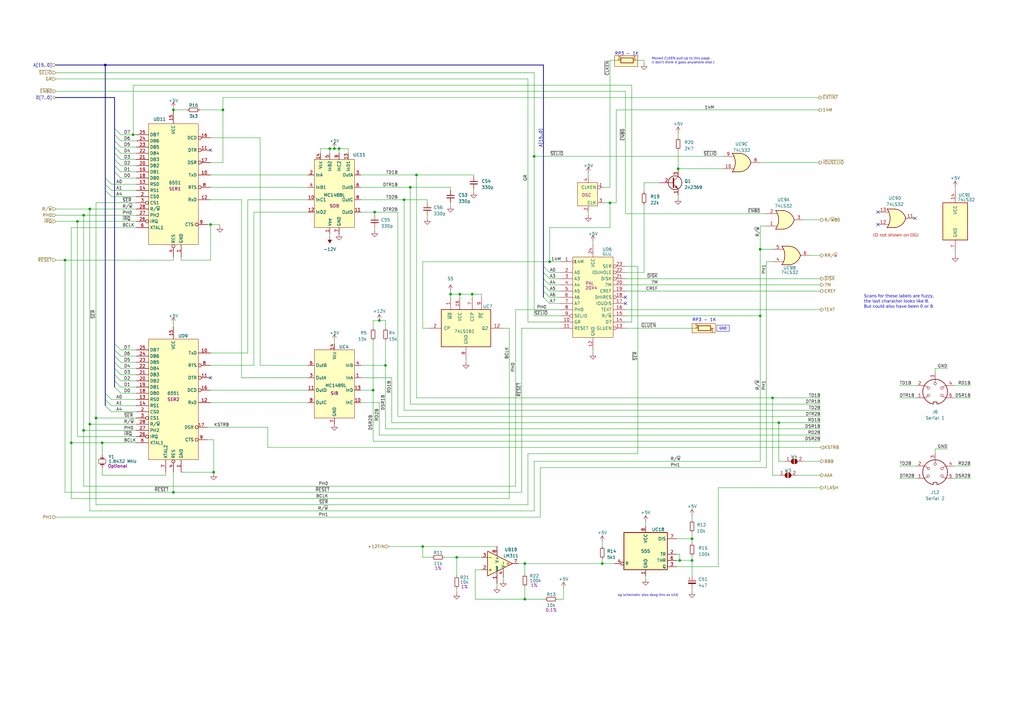
<source format=kicad_sch>
(kicad_sch (version 20231120) (generator "eeschema") (generator_version "8.0")
  (paper "A3")
  (title_block (title "Serial and GLU") (date "2023-05-05") (rev "2") (company "bald.ee/bitpreserve") (comment 1 "Apple IIc ROM255"))
  (junction (at 215.265 231.14))
  (junction (at 39.37 171.45))
  (junction (at 71.12 45.085))
  (junction (at 247.015 231.14))
  (junction (at 71.12 201.93))
  (junction (at 173.355 224.155))
  (junction (at 41.91 181.61))
  (junction (at 36.83 173.99))
  (junction (at 137.16 60.96))
  (junction (at 311.785 129.54))
  (junction (at 283.845 220.98))
  (junction (at 153.67 86.995))
  (junction (at 215.265 245.745))
  (junction (at 155.575 131.445))
  (junction (at 91.44 45.085))
  (junction (at 34.29 88.265))
  (junction (at 139.065 60.96))
  (junction (at 36.83 85.725))
  (junction (at 153.035 160.02))
  (junction (at 184.785 120.65))
  (junction (at 187.325 228.6))
  (junction (at 135.255 60.96))
  (junction (at 170.815 71.755))
  (junction (at 225.425 107.315))
  (junction (at 165.735 81.915))
  (junction (at 86.36 92.075))
  (junction (at 319.405 173.355))
  (junction (at 316.865 163.195))
  (junction (at 31.75 90.805))
  (junction (at 219.075 64.135))
  (junction (at 188.595 120.65))
  (junction (at 193.675 120.65))
  (junction (at 87.63 193.675))
  (junction (at 34.29 176.53))
  (junction (at 278.765 229.87))
  (junction (at 158.115 149.86))
  (junction (at 168.275 76.835))
  (junction (at 26.67 106.68))
  (junction (at 250.19 83.185))
  (junction (at 283.845 229.87))
  (junction (at 311.785 102.235))
  (junction (at 54.61 55.245))
  (junction (at 278.13 69.215))
  (junction (at 29.21 181.61))
  (junction (at 43.18 26.67))
  (no_connect (at 360.045 92.075))
  (no_connect (at 86.36 61.595))
  (no_connect (at 256.54 124.46))
  (no_connect (at 360.045 86.995))
  (no_connect (at 256.54 121.92))
  (no_connect (at 375.285 89.535))
  (no_connect (at 86.36 154.94))
  (bus_entry (at 46.99 57.785) (size 2.54 2.54))
  (bus_entry (at 222.885 116.84) (size 2.54 2.54))
  (bus_entry (at 222.885 111.76) (size 2.54 2.54))
  (bus_entry (at 46.99 67.945) (size 2.54 2.54))
  (bus_entry (at 43.18 75.565) (size 2.54 2.54))
  (bus_entry (at 46.99 70.485) (size 2.54 2.54))
  (bus_entry (at 43.18 166.37) (size 2.54 2.54))
  (bus_entry (at 46.99 146.05) (size 2.54 2.54))
  (bus_entry (at 46.99 151.13) (size 2.54 2.54))
  (bus_entry (at 46.99 60.325) (size 2.54 2.54))
  (bus_entry (at 222.885 114.3) (size 2.54 2.54))
  (bus_entry (at 46.99 140.97) (size 2.54 2.54))
  (bus_entry (at 43.18 161.29) (size 2.54 2.54))
  (bus_entry (at 46.99 52.705) (size 2.54 2.54))
  (bus_entry (at 46.99 153.67) (size 2.54 2.54))
  (bus_entry (at 222.885 119.38) (size 2.54 2.54))
  (bus_entry (at 43.18 163.83) (size 2.54 2.54))
  (bus_entry (at 46.99 55.245) (size 2.54 2.54))
  (bus_entry (at 46.99 158.75) (size 2.54 2.54))
  (bus_entry (at 222.885 121.92) (size 2.54 2.54))
  (bus_entry (at 46.99 65.405) (size 2.54 2.54))
  (bus_entry (at 43.18 78.105) (size 2.54 2.54))
  (bus_entry (at 46.99 143.51) (size 2.54 2.54))
  (bus_entry (at 46.99 148.59) (size 2.54 2.54))
  (bus_entry (at 46.99 62.865) (size 2.54 2.54))
  (bus_entry (at 43.18 73.025) (size 2.54 2.54))
  (bus_entry (at 46.99 156.21) (size 2.54 2.54))
  (bus_entry (at 222.885 109.22) (size 2.54 2.54))
  (wire (pts (xy 336.55 170.815) (xy 163.195 170.815)))
  (wire (pts (xy 243.205 143.51) (xy 243.205 144.78)))
  (wire (pts (xy 182.245 228.6) (xy 187.325 228.6)))
  (wire (pts (xy 252.73 45.085) (xy 252.73 83.185)))
  (wire (pts (xy 106.68 56.515) (xy 106.68 149.86)))
  (wire (pts (xy 49.53 73.025) (xy 55.88 73.025)))
  (wire (pts (xy 147.955 160.02) (xy 153.035 160.02)))
  (wire (pts (xy 160.655 154.94) (xy 160.655 173.355)))
  (wire (pts (xy 36.83 209.55) (xy 219.075 209.55)))
  (wire (pts (xy 231.14 245.745) (xy 228.6 245.745)))
  (wire (pts (xy 215.265 240.665) (xy 215.265 245.745)))
  (wire (pts (xy 250.19 76.835) (xy 247.65 76.835)))
  (wire (pts (xy 147.955 71.755) (xy 170.815 71.755)))
  (wire (pts (xy 85.09 92.075) (xy 86.36 92.075)))
  (wire (pts (xy 225.425 93.345) (xy 225.425 107.315)))
  (wire (pts (xy 36.83 85.725) (xy 36.83 173.99)))
  (wire (pts (xy 247.015 231.14) (xy 252.095 231.14)))
  (wire (pts (xy 221.615 191.77) (xy 221.615 212.09)))
  (wire (pts (xy 34.29 88.265) (xy 55.88 88.265)))
  (wire (pts (xy 158.115 175.895) (xy 336.55 175.895)))
  (wire (pts (xy 168.275 76.835) (xy 184.785 76.835)))
  (wire (pts (xy 175.26 81.915) (xy 175.26 83.185)))
  (wire (pts (xy 26.67 106.68) (xy 26.67 201.93)))
  (wire (pts (xy 168.275 76.835) (xy 168.275 165.735)))
  (wire (pts (xy 74.295 193.675) (xy 87.63 193.675)))
  (wire (pts (xy 311.785 102.235) (xy 311.785 129.54)))
  (wire (pts (xy 49.53 70.485) (xy 55.88 70.485)))
  (bus (pts (xy 43.18 26.67) (xy 22.86 26.67)))
  (bus (pts (xy 22.86 40.005) (xy 46.99 40.005)))
  (wire (pts (xy 41.91 181.61) (xy 41.91 186.69)))
  (wire (pts (xy 256.54 119.38) (xy 336.55 119.38)))
  (wire (pts (xy 91.44 45.085) (xy 91.44 40.005)))
  (wire (pts (xy 22.86 85.725) (xy 36.83 85.725)))
  (wire (pts (xy 375.92 163.195) (xy 368.935 163.195)))
  (wire (pts (xy 261.62 186.055) (xy 261.62 109.22)))
  (wire (pts (xy 41.91 194.945) (xy 41.91 191.77)))
  (wire (pts (xy 85.09 175.26) (xy 109.855 175.26)))
  (wire (pts (xy 54.61 55.245) (xy 55.88 55.245)))
  (bus (pts (xy 43.18 78.105) (xy 43.18 161.29)))
  (wire (pts (xy 71.12 45.085) (xy 76.835 45.085)))
  (wire (pts (xy 278.765 227.33) (xy 277.495 227.33)))
  (wire (pts (xy 71.12 105.41) (xy 71.12 106.68)))
  (wire (pts (xy 49.53 67.945) (xy 55.88 67.945)))
  (wire (pts (xy 49.53 62.865) (xy 55.88 62.865)))
  (wire (pts (xy 91.44 66.675) (xy 91.44 45.085)))
  (wire (pts (xy 259.08 34.925) (xy 259.08 132.08)))
  (wire (pts (xy 219.075 189.23) (xy 219.075 209.55)))
  (wire (pts (xy 34.29 199.39) (xy 211.455 199.39)))
  (wire (pts (xy 225.425 111.76) (xy 229.87 111.76)))
  (wire (pts (xy 260.985 24.765) (xy 264.16 24.765)))
  (wire (pts (xy 49.53 146.05) (xy 55.88 146.05)))
  (wire (pts (xy 278.765 229.87) (xy 278.765 227.33)))
  (wire (pts (xy 155.575 131.445) (xy 158.115 131.445)))
  (wire (pts (xy 314.325 87.63) (xy 256.54 87.63)))
  (wire (pts (xy 203.835 239.395) (xy 203.835 240.665)))
  (wire (pts (xy 155.575 165.1) (xy 155.575 178.435)))
  (wire (pts (xy 193.675 120.65) (xy 193.675 121.92)))
  (wire (pts (xy 45.72 163.83) (xy 55.88 163.83)))
  (wire (pts (xy 383.54 151.13) (xy 388.62 151.13)))
  (wire (pts (xy 215.265 231.14) (xy 215.265 235.585)))
  (wire (pts (xy 49.53 55.245) (xy 54.61 55.245)))
  (wire (pts (xy 316.865 163.195) (xy 316.865 194.945)))
  (wire (pts (xy 86.36 149.86) (xy 104.14 149.86)))
  (wire (pts (xy 45.72 75.565) (xy 55.88 75.565)))
  (wire (pts (xy 165.735 81.915) (xy 165.735 168.275)))
  (wire (pts (xy 264.795 236.22) (xy 264.795 237.49)))
  (wire (pts (xy 211.455 127) (xy 211.455 199.39)))
  (wire (pts (xy 131.445 62.865) (xy 131.445 60.96)))
  (wire (pts (xy 264.16 78.74) (xy 264.16 74.93)))
  (wire (pts (xy 216.535 186.055) (xy 261.62 186.055)))
  (wire (pts (xy 231.14 241.3) (xy 231.14 245.745)))
  (wire (pts (xy 147.955 154.94) (xy 160.655 154.94)))
  (wire (pts (xy 335.915 45.085) (xy 252.73 45.085)))
  (wire (pts (xy 383.54 184.15) (xy 388.62 184.15)))
  (bus (pts (xy 46.99 40.005) (xy 46.99 52.705)))
  (wire (pts (xy 225.425 124.46) (xy 229.87 124.46)))
  (wire (pts (xy 168.275 165.735) (xy 336.55 165.735)))
  (wire (pts (xy 99.06 154.94) (xy 126.365 154.94)))
  (wire (pts (xy 22.86 32.385) (xy 216.535 32.385)))
  (wire (pts (xy 34.29 88.265) (xy 34.29 176.53)))
  (wire (pts (xy 85.09 180.34) (xy 87.63 180.34)))
  (wire (pts (xy 173.355 228.6) (xy 177.165 228.6)))
  (wire (pts (xy 250.19 83.185) (xy 250.19 93.345)))
  (bus (pts (xy 46.99 65.405) (xy 46.99 67.945)))
  (wire (pts (xy 67.945 193.675) (xy 67.945 194.945)))
  (wire (pts (xy 49.53 148.59) (xy 55.88 148.59)))
  (wire (pts (xy 87.63 193.675) (xy 87.63 180.34)))
  (wire (pts (xy 155.575 178.435) (xy 336.55 178.435)))
  (wire (pts (xy 311.785 66.675) (xy 335.915 66.675)))
  (wire (pts (xy 278.13 54.61) (xy 278.13 56.515)))
  (wire (pts (xy 283.845 229.87) (xy 283.845 236.22)))
  (wire (pts (xy 256.54 111.76) (xy 264.16 111.76)))
  (bus (pts (xy 46.99 146.05) (xy 46.99 148.59)))
  (wire (pts (xy 137.16 139.7) (xy 137.16 140.97)))
  (wire (pts (xy 153.035 180.975) (xy 336.55 180.975)))
  (wire (pts (xy 153.035 160.02) (xy 153.035 180.975)))
  (wire (pts (xy 34.29 176.53) (xy 34.29 199.39)))
  (wire (pts (xy 36.83 173.99) (xy 36.83 209.55)))
  (wire (pts (xy 87.63 193.675) (xy 87.63 194.31)))
  (wire (pts (xy 104.14 86.995) (xy 126.365 86.995)))
  (wire (pts (xy 327.025 194.945) (xy 336.55 194.945)))
  (wire (pts (xy 277.495 232.41) (xy 294.64 232.41)))
  (wire (pts (xy 86.36 66.675) (xy 91.44 66.675)))
  (wire (pts (xy 283.845 220.98) (xy 283.845 222.885)))
  (wire (pts (xy 29.21 93.345) (xy 29.21 181.61)))
  (wire (pts (xy 206.375 134.62) (xy 208.915 134.62)))
  (wire (pts (xy 135.255 95.885) (xy 135.255 97.155)))
  (wire (pts (xy 67.945 194.945) (xy 41.91 194.945)))
  (bus (pts (xy 46.99 62.865) (xy 46.99 65.405)))
  (bus (pts (xy 43.18 161.29) (xy 43.18 163.83)))
  (wire (pts (xy 153.67 93.345) (xy 153.67 94.615)))
  (wire (pts (xy 158.115 149.86) (xy 158.115 175.895)))
  (wire (pts (xy 131.445 60.96) (xy 135.255 60.96)))
  (wire (pts (xy 153.035 160.02) (xy 153.035 139.7)))
  (wire (pts (xy 391.795 76.835) (xy 391.795 78.105)))
  (wire (pts (xy 321.945 189.23) (xy 319.405 189.23)))
  (wire (pts (xy 142.875 60.96) (xy 142.875 62.865)))
  (wire (pts (xy 229.87 134.62) (xy 213.995 134.62)))
  (wire (pts (xy 256.54 114.3) (xy 336.55 114.3)))
  (wire (pts (xy 252.73 83.185) (xy 250.19 83.185)))
  (wire (pts (xy 86.36 92.075) (xy 90.17 92.075)))
  (wire (pts (xy 74.295 106.68) (xy 86.36 106.68)))
  (wire (pts (xy 225.425 114.3) (xy 229.87 114.3)))
  (wire (pts (xy 187.325 228.6) (xy 197.485 228.6)))
  (wire (pts (xy 49.53 65.405) (xy 55.88 65.405)))
  (wire (pts (xy 188.595 120.65) (xy 184.785 120.65)))
  (wire (pts (xy 243.205 99.06) (xy 243.205 100.33)))
  (wire (pts (xy 147.955 149.86) (xy 158.115 149.86)))
  (wire (pts (xy 170.815 71.755) (xy 194.31 71.755)))
  (wire (pts (xy 153.67 86.995) (xy 163.195 86.995)))
  (wire (pts (xy 153.035 131.445) (xy 155.575 131.445)))
  (wire (pts (xy 22.86 106.68) (xy 26.67 106.68)))
  (wire (pts (xy 184.785 76.835) (xy 184.785 78.105)))
  (wire (pts (xy 31.75 179.07) (xy 55.88 179.07)))
  (wire (pts (xy 106.68 149.86) (xy 126.365 149.86)))
  (wire (pts (xy 311.785 92.71) (xy 311.785 102.235)))
  (bus (pts (xy 46.99 148.59) (xy 46.99 151.13)))
  (wire (pts (xy 329.565 90.17) (xy 336.55 90.17)))
  (wire (pts (xy 187.325 241.3) (xy 187.325 243.205)))
  (wire (pts (xy 147.955 165.1) (xy 155.575 165.1)))
  (wire (pts (xy 197.485 121.92) (xy 197.485 120.65)))
  (wire (pts (xy 26.67 106.68) (xy 71.12 106.68)))
  (wire (pts (xy 256.54 127) (xy 336.55 127)))
  (wire (pts (xy 184.785 119.38) (xy 184.785 120.65)))
  (wire (pts (xy 36.83 85.725) (xy 55.88 85.725)))
  (wire (pts (xy 86.36 165.1) (xy 126.365 165.1)))
  (wire (pts (xy 49.53 156.21) (xy 55.88 156.21)))
  (wire (pts (xy 49.53 143.51) (xy 55.88 143.51)))
  (wire (pts (xy 49.53 153.67) (xy 55.88 153.67)))
  (wire (pts (xy 71.12 44.45) (xy 71.12 45.085)))
  (wire (pts (xy 250.19 93.345) (xy 225.425 93.345)))
  (wire (pts (xy 175.895 134.62) (xy 173.355 134.62)))
  (wire (pts (xy 278.13 61.595) (xy 278.13 69.215)))
  (wire (pts (xy 264.16 74.93) (xy 270.51 74.93)))
  (wire (pts (xy 319.405 173.355) (xy 319.405 189.23)))
  (wire (pts (xy 283.845 241.3) (xy 283.845 242.57)))
  (bus (pts (xy 222.885 111.76) (xy 222.885 109.22)))
  (wire (pts (xy 375.92 158.115) (xy 368.935 158.115)))
  (wire (pts (xy 86.36 76.835) (xy 126.365 76.835)))
  (bus (pts (xy 222.885 114.3) (xy 222.885 111.76)))
  (wire (pts (xy 213.995 134.62) (xy 213.995 201.93)))
  (wire (pts (xy 86.36 106.68) (xy 86.36 92.075)))
  (wire (pts (xy 316.865 102.235) (xy 311.785 102.235)))
  (wire (pts (xy 173.355 224.155) (xy 203.835 224.155)))
  (wire (pts (xy 225.425 107.315) (xy 229.87 107.315)))
  (wire (pts (xy 173.355 107.315) (xy 173.355 134.62)))
  (wire (pts (xy 256.54 87.63) (xy 256.54 37.465)))
  (wire (pts (xy 283.845 218.44) (xy 283.845 220.98)))
  (wire (pts (xy 391.16 163.195) (xy 398.145 163.195)))
  (wire (pts (xy 29.21 181.61) (xy 29.21 204.47)))
  (bus (pts (xy 222.885 116.84) (xy 222.885 114.3)))
  (wire (pts (xy 194.945 245.745) (xy 215.265 245.745)))
  (wire (pts (xy 193.675 120.65) (xy 188.595 120.65)))
  (wire (pts (xy 147.955 76.835) (xy 168.275 76.835)))
  (wire (pts (xy 71.12 201.93) (xy 213.995 201.93)))
  (wire (pts (xy 188.595 120.65) (xy 188.595 121.92)))
  (bus (pts (xy 46.99 70.485) (xy 46.99 140.97)))
  (wire (pts (xy 215.265 231.14) (xy 247.015 231.14)))
  (wire (pts (xy 225.425 121.92) (xy 229.87 121.92)))
  (wire (pts (xy 256.54 116.84) (xy 336.55 116.84)))
  (wire (pts (xy 71.12 132.715) (xy 71.12 133.985)))
  (bus (pts (xy 46.99 52.705) (xy 46.99 55.245)))
  (wire (pts (xy 264.16 83.82) (xy 264.16 111.76)))
  (wire (pts (xy 247.65 83.185) (xy 250.19 83.185)))
  (wire (pts (xy 264.795 213.995) (xy 264.795 215.9)))
  (wire (pts (xy 216.535 32.385) (xy 216.535 132.08)))
  (wire (pts (xy 391.795 103.505) (xy 391.795 104.775)))
  (wire (pts (xy 29.21 204.47) (xy 208.915 204.47)))
  (wire (pts (xy 86.36 160.02) (xy 126.365 160.02)))
  (wire (pts (xy 184.785 120.65) (xy 184.785 121.92)))
  (wire (pts (xy 137.16 60.96) (xy 139.065 60.96)))
  (wire (pts (xy 170.815 163.195) (xy 316.865 163.195)))
  (wire (pts (xy 86.36 81.915) (xy 99.06 81.915)))
  (wire (pts (xy 173.355 224.155) (xy 173.355 228.6)))
  (wire (pts (xy 36.83 173.99) (xy 55.88 173.99)))
  (bus (pts (xy 46.99 55.245) (xy 46.99 57.785)))
  (wire (pts (xy 383.54 153.035) (xy 383.54 151.13)))
  (wire (pts (xy 314.325 107.315) (xy 316.865 107.315)))
  (wire (pts (xy 277.495 229.87) (xy 278.765 229.87)))
  (wire (pts (xy 22.86 88.265) (xy 34.29 88.265)))
  (wire (pts (xy 208.915 134.62) (xy 208.915 204.47)))
  (wire (pts (xy 86.36 71.755) (xy 126.365 71.755)))
  (wire (pts (xy 241.3 86.995) (xy 241.3 88.265)))
  (bus (pts (xy 43.18 26.67) (xy 43.18 73.025)))
  (wire (pts (xy 99.06 81.915) (xy 99.06 154.94)))
  (bus (pts (xy 46.99 151.13) (xy 46.99 153.67)))
  (wire (pts (xy 219.075 64.135) (xy 296.545 64.135)))
  (wire (pts (xy 135.255 60.96) (xy 135.255 62.865)))
  (bus (pts (xy 46.99 143.51) (xy 46.99 146.05)))
  (wire (pts (xy 294.64 200.025) (xy 336.55 200.025)))
  (wire (pts (xy 311.785 129.54) (xy 311.785 189.23)))
  (wire (pts (xy 34.29 176.53) (xy 55.88 176.53)))
  (wire (pts (xy 74.295 105.41) (xy 74.295 106.68)))
  (wire (pts (xy 49.53 57.785) (xy 55.88 57.785)))
  (wire (pts (xy 153.67 88.265) (xy 153.67 86.995)))
  (wire (pts (xy 90.17 92.075) (xy 90.17 92.71)))
  (wire (pts (xy 109.855 175.26) (xy 109.855 183.515)))
  (wire (pts (xy 194.945 233.68) (xy 194.945 245.745)))
  (wire (pts (xy 221.615 191.77) (xy 314.325 191.77)))
  (bus (pts (xy 46.99 153.67) (xy 46.99 156.21)))
  (bus (pts (xy 46.99 60.325) (xy 46.99 62.865)))
  (wire (pts (xy 55.88 181.61) (xy 41.91 181.61)))
  (wire (pts (xy 194.31 77.47) (xy 194.31 78.74)))
  (wire (pts (xy 294.64 232.41) (xy 294.64 200.025)))
  (wire (pts (xy 45.72 166.37) (xy 55.88 166.37)))
  (wire (pts (xy 153.035 131.445) (xy 153.035 134.62)))
  (wire (pts (xy 170.815 71.755) (xy 170.815 163.195)))
  (wire (pts (xy 39.37 207.01) (xy 216.535 207.01)))
  (wire (pts (xy 383.54 186.055) (xy 383.54 184.15)))
  (wire (pts (xy 277.495 220.98) (xy 283.845 220.98)))
  (bus (pts (xy 43.18 75.565) (xy 43.18 73.025)))
  (wire (pts (xy 31.75 90.805) (xy 31.75 179.07)))
  (wire (pts (xy 54.61 34.925) (xy 259.08 34.925)))
  (wire (pts (xy 45.72 78.105) (xy 55.88 78.105)))
  (wire (pts (xy 135.255 60.96) (xy 137.16 60.96)))
  (wire (pts (xy 86.36 56.515) (xy 106.68 56.515)))
  (wire (pts (xy 229.87 129.54) (xy 219.075 129.54)))
  (wire (pts (xy 49.53 151.13) (xy 55.88 151.13)))
  (wire (pts (xy 158.115 149.86) (xy 158.115 139.7)))
  (bus (pts (xy 43.18 78.105) (xy 43.18 75.565)))
  (wire (pts (xy 261.62 109.22) (xy 256.54 109.22)))
  (wire (pts (xy 22.86 90.805) (xy 31.75 90.805)))
  (wire (pts (xy 165.735 81.915) (xy 175.26 81.915)))
  (wire (pts (xy 311.785 92.71) (xy 314.325 92.71)))
  (wire (pts (xy 45.72 80.645) (xy 55.88 80.645)))
  (wire (pts (xy 187.325 228.6) (xy 187.325 236.22)))
  (wire (pts (xy 81.915 45.085) (xy 91.44 45.085)))
  (wire (pts (xy 329.565 189.23) (xy 336.55 189.23)))
  (wire (pts (xy 49.53 60.325) (xy 55.88 60.325)))
  (wire (pts (xy 26.67 201.93) (xy 71.12 201.93)))
  (wire (pts (xy 319.405 173.355) (xy 160.655 173.355)))
  (wire (pts (xy 283.845 211.455) (xy 283.845 213.36)))
  (wire (pts (xy 256.54 129.54) (xy 311.785 129.54)))
  (wire (pts (xy 22.86 212.09) (xy 221.615 212.09)))
  (wire (pts (xy 283.845 227.965) (xy 283.845 229.87)))
  (wire (pts (xy 197.485 120.65) (xy 193.675 120.65)))
  (wire (pts (xy 250.19 24.765) (xy 253.365 24.765)))
  (wire (pts (xy 194.31 71.755) (xy 194.31 72.39)))
  (wire (pts (xy 158.115 131.445) (xy 158.115 134.62)))
  (wire (pts (xy 375.92 196.215) (xy 368.935 196.215)))
  (wire (pts (xy 165.735 168.275) (xy 336.55 168.275)))
  (wire (pts (xy 391.16 191.135) (xy 398.145 191.135)))
  (wire (pts (xy 109.855 183.515) (xy 336.55 183.515)))
  (wire (pts (xy 250.19 24.765) (xy 250.19 76.835)))
  (wire (pts (xy 241.3 71.12) (xy 241.3 72.39)))
  (wire (pts (xy 49.53 161.29) (xy 55.88 161.29)))
  (bus (pts (xy 46.99 140.97) (xy 46.99 143.51)))
  (wire (pts (xy 391.16 196.215) (xy 398.145 196.215)))
  (wire (pts (xy 54.61 55.245) (xy 54.61 34.925)))
  (wire (pts (xy 219.075 64.135) (xy 219.075 129.54)))
  (bus (pts (xy 222.885 119.38) (xy 222.885 116.84)))
  (bus (pts (xy 222.885 121.92) (xy 222.885 119.38)))
  (wire (pts (xy 278.765 229.87) (xy 283.845 229.87)))
  (wire (pts (xy 147.955 81.915) (xy 165.735 81.915)))
  (wire (pts (xy 278.13 80.01) (xy 278.13 81.28)))
  (wire (pts (xy 336.55 173.355) (xy 319.405 173.355)))
  (wire (pts (xy 153.67 86.995) (xy 147.955 86.995)))
  (wire (pts (xy 247.015 222.25) (xy 247.015 224.155)))
  (wire (pts (xy 197.485 233.68) (xy 194.945 233.68)))
  (wire (pts (xy 139.065 60.96) (xy 142.875 60.96)))
  (wire (pts (xy 219.075 189.23) (xy 311.785 189.23)))
  (bus (pts (xy 222.885 26.67) (xy 222.885 109.22)))
  (wire (pts (xy 91.44 40.005) (xy 335.915 40.005)))
  (wire (pts (xy 45.72 168.91) (xy 55.88 168.91)))
  (wire (pts (xy 219.075 29.845) (xy 219.075 64.135)))
  (wire (pts (xy 49.53 158.75) (xy 55.88 158.75)))
  (wire (pts (xy 71.12 201.93) (xy 71.12 193.675)))
  (wire (pts (xy 256.54 132.08) (xy 259.08 132.08)))
  (wire (pts (xy 101.6 144.78) (xy 101.6 81.915)))
  (wire (pts (xy 247.015 229.235) (xy 247.015 231.14)))
  (wire (pts (xy 225.425 116.84) (xy 229.87 116.84)))
  (wire (pts (xy 225.425 107.315) (xy 173.355 107.315)))
  (wire (pts (xy 191.135 147.32) (xy 191.135 148.59)))
  (wire (pts (xy 163.195 86.995) (xy 163.195 170.815)))
  (wire (pts (xy 71.12 45.085) (xy 71.12 45.72)))
  (wire (pts (xy 159.385 224.155) (xy 173.355 224.155)))
  (wire (pts (xy 256.54 134.62) (xy 285.115 134.62)))
  (wire (pts (xy 184.785 83.185) (xy 184.785 84.455)))
  (wire (pts (xy 216.535 207.01) (xy 216.535 186.055)))
  (wire (pts (xy 86.36 144.78) (xy 101.6 144.78)))
  (wire (pts (xy 278.13 69.215) (xy 296.545 69.215)))
  (wire (pts (xy 212.725 231.14) (xy 215.265 231.14)))
  (wire (pts (xy 55.88 171.45) (xy 39.37 171.45)))
  (wire (pts (xy 264.16 24.765) (xy 264.16 26.035)))
  (wire (pts (xy 314.325 107.315) (xy 314.325 191.77)))
  (wire (pts (xy 31.75 90.805) (xy 55.88 90.805)))
  (wire (pts (xy 101.6 81.915) (xy 126.365 81.915)))
  (wire (pts (xy 332.105 104.775) (xy 336.55 104.775)))
  (wire (pts (xy 316.865 163.195) (xy 336.55 163.195)))
  (wire (pts (xy 375.92 191.135) (xy 368.935 191.135)))
  (wire (pts (xy 39.37 83.185) (xy 39.37 171.45)))
  (wire (pts (xy 391.16 158.115) (xy 398.145 158.115)))
  (wire (pts (xy 55.88 83.185) (xy 39.37 83.185)))
  (wire (pts (xy 215.265 245.745) (xy 223.52 245.745)))
  (wire (pts (xy 319.405 194.945) (xy 316.865 194.945)))
  (wire (pts (xy 175.26 88.265) (xy 175.26 89.535)))
  (bus (pts (xy 46.99 156.21) (xy 46.99 158.75)))
  (wire (pts (xy 41.91 181.61) (xy 29.21 181.61)))
  (wire (pts (xy 22.86 37.465) (xy 256.54 37.465)))
  (wire (pts (xy 225.425 119.38) (xy 229.87 119.38)))
  (wire (pts (xy 211.455 127) (xy 229.87 127)))
  (wire (pts (xy 22.86 29.845) (xy 219.075 29.845)))
  (wire (pts (xy 278.13 69.215) (xy 278.13 69.85)))
  (wire (pts (xy 206.375 236.855) (xy 206.375 238.125)))
  (wire (pts (xy 29.21 93.345) (xy 55.88 93.345)))
  (wire (pts (xy 139.065 60.96) (xy 139.065 62.865)))
  (wire (pts (xy 229.87 132.08) (xy 216.535 132.08)))
  (bus (pts (xy 46.99 57.785) (xy 46.99 60.325)))
  (bus (pts (xy 43.18 26.67) (xy 222.885 26.67)))
  (bus (pts (xy 43.18 163.83) (xy 43.18 166.37)))
  (wire (pts (xy 39.37 171.45) (xy 39.37 207.01)))
  (bus (pts (xy 46.99 67.945) (xy 46.99 70.485)))
  (wire (pts (xy 104.14 149.86) (xy 104.14 86.995)))
  (rectangle (start 252.095 22.86) (end 261.62 27.305) (stroke (width 0) (color 132 0 0 1)) (fill (type color) (color 255 255 194 1)))
  (rectangle (start 283.845 132.715) (end 293.37 136.525) (stroke (width 0) (color 132 0 0 1)) (fill (type color) (color 255 255 194 1)))
  (text_box "GND" (at 294.005 133.35 0) (size 5.08 2.54) (effects (font (size 1 1))))
  (text "(D not shown on OG)" (at 358.14 97.79 0) (effects (font (size 1.27 1.27)) (justify left bottom)))
  (text "og schematic also desg this as U16" (at 253.365 245.11 0) (effects (font (size 1 1)) (justify left bottom)))
  (text "RP3 - 1K" (at 283.845 132.08 0) (effects (font (size 1.27 1.27)) (justify left bottom)))
  (text "Moved CLKEN pull-up to this page.\n(I don't think it goes anywhere else.)" (at 267.335 26.67 0) (effects (font (size 1 1)) (justify left bottom)))
  (text "Scans for these labels are fuzzy,\nthe last character looks like B.\nBut could also have been 0 or 8." (at 354.33 127 0) (effects (font (size 1.27 1.27)) (justify left bottom)))
  (text "RP3 - 1K" (at 252.095 22.86 0) (effects (font (size 1.27 1.27)) (justify left bottom)))
  (label "GND" (at 388.62 184.15 180))
  (label "D0" (at 50.8 73.025 0))
  (label "PH0" (at 50.8 176.53 0))
  (label "PH1" (at 134.62 212.09 180))
  (label "~{SER}" (at 39.37 127 270))
  (label "D0" (at 50.8 161.29 0))
  (label "CREF" (at 269.875 119.38 180))
  (label "R{slash}~{W}" (at 50.165 85.725 0))
  (label "~{RESET}" (at 213.995 156.845 270))
  (label "RD2B" (at 155.575 172.72 90))
  (label "DSR1B" (at 158.115 168.275 90))
  (label "DTR1B" (at 163.195 76.835 180))
  (label "PH1" (at 314.325 160.02 90))
  (label "A1" (at 47.625 166.37 0))
  (label "14M" (at 226.06 107.315 0))
  (label "PH1" (at 314.325 112.395 90))
  (label "RD2B" (at 336.55 178.435 180))
  (label "DTR2B" (at 336.55 170.815 180))
  (label "PH1" (at 274.955 191.77 0))
  (label "D1" (at 50.8 70.485 0))
  (label "D7" (at 50.8 55.245 0))
  (label "D1" (at 50.8 158.75 0))
  (label "D6" (at 50.8 57.785 0))
  (label "~{SER}" (at 50.8 171.45 0))
  (label "~{SER}" (at 261.62 147.955 90))
  (label "GND" (at 388.62 151.13 180))
  (label "D3" (at 50.8 153.67 0))
  (label "DSR2B" (at 336.55 180.975 180))
  (label "A1" (at 47.625 78.105 0))
  (label "DSR1B" (at 336.55 175.895 180))
  (label "~{IRQ}" (at 50.8 179.07 0))
  (label "DTR1B" (at 368.935 163.195 0))
  (label "14M" (at 288.925 45.085 0))
  (label "D4" (at 50.8 62.865 0))
  (label "~{SELIO}" (at 219.1766 129.54 0))
  (label "D4" (at 50.8 151.13 0))
  (label "D5" (at 50.8 60.325 0))
  (label "KSTRB" (at 93.98 175.26 180))
  (label "R{slash}~{W}" (at 50.8 173.99 0))
  (label "R{slash}~{W}" (at 311.785 160.02 90))
  (label "R{slash}~{W}" (at 134.62 209.55 180))
  (label "D6" (at 50.8 146.05 0))
  (label "~{GLUEN}" (at 262.89 134.62 0))
  (label "PH0" (at 211.455 148.59 270))
  (label "~{SELIO}" (at 231.14 64.135 180))
  (label "DTR2B" (at 163.195 86.995 180))
  (label "GR" (at 216.535 74.295 90))
  (label "~{IRQ}" (at 50.165 90.805 0))
  (label "RD1B" (at 398.145 158.115 180))
  (label "R{slash}~{W}" (at 274.955 189.23 0))
  (label "TD2B" (at 336.55 168.275 180))
  (label "DSR2B" (at 398.145 196.215 180))
  (label "DTR2B" (at 368.935 196.215 0))
  (label "A0" (at 225.425 111.76 0))
  (label "~{EN80}" (at 256.54 57.785 90))
  (label "PH0" (at 50.165 88.265 0))
  (label "A3" (at 225.425 114.3 0))
  (label "~{SER}" (at 134.62 207.01 180))
  (label "DSR2B" (at 153.035 176.53 90))
  (label "TD2B" (at 368.935 191.135 0))
  (label "A4" (at 225.425 116.84 0))
  (label "DSR1B" (at 398.145 163.195 180))
  (label "A0" (at 47.625 163.83 0))
  (label "A5" (at 225.425 119.38 0))
  (label "A[15..0]" (at 222.885 60.325 90))
  (label "~{EN80}" (at 306.705 87.63 0))
  (label "A6" (at 225.425 121.92 0))
  (label "TD1B" (at 163.195 71.755 180))
  (label "~{RESET}" (at 69.215 201.93 180))
  (label "TD2B" (at 163.195 81.915 180))
  (label "7M" (at 269.875 116.84 180))
  (label "BCLK" (at 50.165 93.345 0))
  (label "RD1B" (at 160.655 161.29 90))
  (label "A4" (at 47.625 168.91 0))
  (label "PH0" (at 224.155 127 180))
  (label "D5" (at 50.8 148.59 0))
  (label "~{SELIO}" (at 294.005 64.135 180))
  (label "D3" (at 50.8 65.405 0))
  (label "~{SER}" (at 50.165 83.185 0))
  (label "PH0" (at 134.62 199.39 180))
  (label "D2" (at 50.8 67.945 0))
  (label "~{RESET}" (at 135.255 201.93 180))
  (label "BCLK" (at 208.915 142.24 270))
  (label "R{slash}~{W}" (at 311.785 97.155 90))
  (label "A7" (at 225.425 124.46 0))
  (label "DTR1B" (at 336.55 165.735 180))
  (label "RD1B" (at 336.55 173.355 180))
  (label "TD1B" (at 336.55 163.195 180))
  (label "BCLK" (at 50.8 181.61 0))
  (label "TD1B" (at 368.935 158.115 0))
  (label "BCLK" (at 134.62 204.47 180))
  (label "A4" (at 47.625 80.645 0))
  (label "~{CLKEN}" (at 250.19 24.765 270))
  (label "A0" (at 47.625 75.565 0))
  (label "RD2B" (at 398.145 191.135 180))
  (label "D7" (at 50.8 143.51 0))
  (label "~{DISK}" (at 269.875 114.3 180))
  (label "D2" (at 50.8 156.21 0))
  (hierarchical_label "RR{slash}~{W}" (shape output) (at 336.55 104.775 0))
  (hierarchical_label "~{EN80}" (shape input) (at 22.86 37.465 180))
  (hierarchical_label "TEXT" (shape output) (at 336.55 127 0))
  (hierarchical_label "R{slash}~{W}" (shape input) (at 22.86 85.725 180))
  (hierarchical_label "~{EXTINT}" (shape output) (at 335.915 40.005 0))
  (hierarchical_label "~{IRQ}" (shape input) (at 22.86 90.805 180))
  (hierarchical_label "+12FIN" (shape input) (at 159.385 224.155 180))
  (hierarchical_label "FLASH" (shape output) (at 336.55 200.025 0))
  (hierarchical_label "AAA" (shape output) (at 336.55 194.945 0))
  (hierarchical_label "~{DISK}" (shape output) (at 336.55 114.3 0))
  (hierarchical_label "~{SELIO}" (shape input) (at 22.86 29.845 180))
  (hierarchical_label "GR" (shape input) (at 22.86 32.385 180))
  (hierarchical_label "KSTRB" (shape input) (at 336.55 183.515 0))
  (hierarchical_label "BBB" (shape output) (at 336.55 189.23 0))
  (hierarchical_label "A[15..0]" (shape input) (at 22.86 26.67 180))
  (hierarchical_label "PH0" (shape input) (at 22.86 88.265 180))
  (hierarchical_label "~{RESET}" (shape input) (at 22.86 106.68 180))
  (hierarchical_label "7M" (shape output) (at 336.55 116.84 0))
  (hierarchical_label "14M" (shape output) (at 335.915 45.085 0))
  (hierarchical_label "PH1" (shape input) (at 22.86 212.09 180))
  (hierarchical_label "D[7..0]" (shape bidirectional) (at 22.86 40.005 180))
  (hierarchical_label "~{IOUSELIO}" (shape output) (at 335.915 66.675 0))
  (hierarchical_label "R{slash}~{W}80" (shape output) (at 336.55 90.17 0))
  (hierarchical_label "CREF" (shape output) (at 336.55 119.38 0))
  (symbol (lib_id "Device:R_Small") (at 179.705 228.6 270) (unit 1)
    (property "Reference" "R11" (at 179.705 226.695 90))
    (property "Value" "11k" (at 179.705 231.14 90))
    (property "Tol" "1%" (at 179.705 233.045 90))
  )
  (symbol (lib_id "Apple IIc Schematic Symbols:MC1488L") (at 137.16 79.375 0) (unit 1)
    (property "Reference" "UC11" (at 144.78 63.5 0) (effects (justify left)))
    (property "Value" "MC1488L" (at 132.715 80.01 0) (effects (justify left)))
    (property "Name" "SOB" (at 137.16 84.455 0))
  )
  (symbol (lib_id "power:GND") (at 264.16 26.035 0) (unit 1)
    (property "Reference" "#PWR0155" (effects (hide yes)))
    (property "Value" "GND" (effects (hide yes)))
  )
  (symbol (lib_id "power:+5V") (at 278.13 54.61 0) (unit 1)
    (property "Reference" "#PWR0135" (effects (hide yes)))
    (property "Value" "+5V" (at 278.13 50.8 0))
  )
  (symbol (lib_id "Device:R_Small") (at 153.035 137.16 0) (mirror y) (unit 1)
    (property "Reference" "R5" (at 150.495 136.525 0) (effects (justify left)))
    (property "Value" "15k" (at 150.495 139.065 0) (effects (justify left)))
  )
  (symbol (lib_id "Device:R_Small") (at 283.845 225.425 0) (unit 1)
    (property "Reference" "R15" (at 286.385 224.79 0) (effects (justify left)))
    (property "Value" "100k" (at 286.385 227.33 0) (effects (justify left)))
  )
  (symbol (lib_id "power:GND") (at 264.795 237.49 0) (unit 1)
    (property "Reference" "#PWR0132" (effects (hide yes)))
    (property "Value" "GND" (effects (hide yes)))
  )
  (symbol (lib_id "power:+5V") (at 137.16 139.7 0) (unit 1)
    (property "Reference" "#PWR0115" (effects (hide yes)))
    (property "Value" "+5V" (at 137.16 136.525 0))
  )
  (symbol (lib_name "R6551_1") (lib_id "Apple IIc Schematic Symbols:R6551") (at 71.12 75.565 0) (unit 1)
    (property "Reference" "UD11" (at 62.865 48.895 0) (effects (justify left)))
    (property "Value" "6551" (at 71.755 74.93 0))
    (property "Name" "SER1" (at 71.755 77.47 0))
  )
  (symbol (lib_id "power:GND") (at 241.3 88.265 0) (unit 1)
    (property "Reference" "#PWR0130" (effects (hide yes)))
    (property "Value" "GND" (effects (hide yes)))
  )
  (symbol (lib_id "Device:R_Small") (at 79.375 45.085 90) (unit 1)
    (property "Reference" "R16" (at 79.375 43.18 90))
    (property "Value" "3k3" (at 79.375 47.625 90))
  )
  (symbol (lib_id "Device:Q_NPN_EBC") (at 275.59 74.93 0) (unit 1)
    (property "Reference" "Q1" (at 280.67 74.295 0) (effects (justify left)))
    (property "Value" "2n2369" (at 280.67 76.835 0) (effects (justify left)))
  )
  (symbol (lib_id "Device:R_Small") (at 283.845 215.9 0) (unit 1)
    (property "Reference" "R12" (at 285.75 215.265 0) (effects (justify left)))
    (property "Value" "10k" (at 285.75 217.805 0) (effects (justify left)))
  )
  (symbol (lib_id "Apple IIc Schematic Symbols:555-IIc") (at 264.795 226.06 0) (unit 1)
    (property "Reference" "UC18" (at 267.335 217.17 0) (effects (justify left)))
    (property "Value" "555" (at 262.89 226.06 0) (effects (justify left)))
  )
  (symbol (lib_id "Apple IIc Schematic Symbols:R6551") (at 71.12 163.83 0) (unit 1)
    (property "Reference" "UD9" (at 73.0759 137.795 0) (effects (justify left)))
    (property "Value" "6551" (at 71.12 161.29 0))
    (property "Name" "SER2" (at 71.12 163.83 0))
  )
  (symbol (lib_id "74xx:74LS32") (at 304.165 66.675 0) (unit 3)
    (property "Reference" "UC9" (at 304.165 59.055 0))
    (property "Value" "74LS32" (at 304.165 61.595 0))
    (property "Datasheet" "http://www.ti.com/lit/gpn/sn74LS32" (effects (hide yes)))
  )
  (symbol (lib_id "Device:C_Polarized_Small") (at 283.845 238.76 0) (unit 1)
    (property "Reference" "C51" (at 286.385 237.5789 0) (effects (justify left)))
    (property "Value" "4u7" (at 286.385 240.1189 0) (effects (justify left)))
  )
  (symbol (lib_id "power:GND") (at 87.63 194.31 0) (unit 1)
    (property "Reference" "#PWR0112" (effects (hide yes)))
    (property "Value" "GND" (effects (hide yes)))
  )
  (symbol (lib_id "power:GND") (at 175.26 89.535 0) (unit 1)
    (property "Reference" "#PWR0122" (effects (hide yes)))
    (property "Value" "GND" (effects (hide yes)))
  )
  (symbol (lib_id "power:+5V") (at 71.12 132.715 0) (unit 1)
    (property "Reference" "#PWR0114" (effects (hide yes)))
    (property "Value" "+5V" (at 71.12 129.54 0))
  )
  (symbol (lib_id "power:+5V") (at 71.12 44.45 0) (unit 1)
    (property "Reference" "#PWR0113" (effects (hide yes)))
    (property "Value" "+5V" (at 71.12 41.275 0))
  )
  (symbol (lib_id "power:GND") (at 153.67 94.615 0) (unit 1)
    (property "Reference" "#PWR0123" (effects (hide yes)))
    (property "Value" "GND" (effects (hide yes)))
  )
  (symbol (lib_id "power:GND") (at 243.205 144.78 0) (unit 1)
    (property "Reference" "#PWR0128" (effects (hide yes)))
    (property "Value" "GND" (effects (hide yes)))
  )
  (symbol (lib_id "power:+5V") (at 283.845 211.455 0) (unit 1)
    (property "Reference" "#PWR0137" (effects (hide yes)))
    (property "Value" "+5V" (at 283.845 207.645 0))
  )
  (symbol (lib_id "Apple IIc Schematic Symbols:MC1489L") (at 137.16 157.48 0) (unit 1)
    (property "Reference" "UC4" (at 139.065 142.24 0) (effects (justify left)))
    (property "Value" "MC1489L" (at 133.35 158.115 0) (effects (justify left)))
    (property "Name" "SIB" (at 137.16 161.29 0))
  )
  (symbol (lib_id "Device:R_Small") (at 226.06 245.745 90) (unit 1)
    (property "Reference" "R13" (at 226.06 243.84 90))
    (property "Value" "10k" (at 226.06 248.285 90))
    (property "Tol" "0.1%" (at 226.06 250.19 90))
  )
  (symbol (lib_id "Device:R_Small") (at 264.16 81.28 0) (unit 1)
    (property "Reference" "R19" (at 266.7 80.645 0) (effects (justify left)))
    (property "Value" "22k" (at 266.7 83.185 0) (effects (justify left)))
  )
  (symbol (lib_id "power:+5V") (at 264.795 213.995 0) (unit 1)
    (property "Reference" "#PWR0138" (effects (hide yes)))
    (property "Value" "+5V" (at 264.795 210.185 0))
  )
  (symbol (lib_id "Device:R_Network07_Split") (at 288.925 134.62 270) (unit 4)
    (property "Reference" "RP11" (effects (hide yes)))
    (property "Value" "1k" (effects (hide yes)))
    (property "Footprint" "Resistor_THT:R_Array_SIP8" (effects (hide yes)))
    (property "Datasheet" "http://www.vishay.com/docs/31509/csc.pdf" (effects (hide yes)))
    (instances (project "Apple IIc" (path "" (reference "RP11") (unit 4)) (path "" (reference "RP3") (unit 5))))
  )
  (symbol (lib_id "power:GND") (at 194.31 78.74 0) (unit 1)
    (property "Reference" "#PWR0121" (effects (hide yes)))
    (property "Value" "GND" (effects (hide yes)))
  )
  (symbol (lib_id "power:GND") (at 278.13 81.28 0) (unit 1)
    (property "Reference" "#PWR0131" (effects (hide yes)))
    (property "Value" "GND" (effects (hide yes)))
  )
  (symbol (lib_id "74xx:74LS32") (at 367.665 89.535 0) (mirror x) (unit 4)
    (property "Reference" "UC9" (at 367.03 81.28 0))
    (property "Value" "74LS32" (at 367.03 83.82 0))
    (property "Datasheet" "http://www.ti.com/lit/gpn/sn74LS32" (effects (hide yes)))
  )
  (symbol (lib_id "74xx:74LS32") (at 324.485 104.775 0) (mirror x) (unit 2)
    (property "Reference" "UC9" (at 323.85 109.855 0))
    (property "Value" "74LS32" (at 323.85 111.76 0))
    (property "Datasheet" "http://www.ti.com/lit/gpn/sn74LS32" (effects (hide yes)))
  )
  (symbol (lib_id "power:GND") (at 90.17 92.71 0) (unit 1)
    (property "Reference" "#PWR0111" (effects (hide yes)))
    (property "Value" "GND" (effects (hide yes)))
  )
  (symbol (lib_id "Apple IIc Schematic Symbols:LM311-IIc") (at 205.105 231.14 0) (unit 1)
    (property "Reference" "UB18" (at 209.55 225.425 0))
    (property "Value" "LM311" (at 209.55 227.965 0))
  )
  (symbol (lib_id "power:+12V") (at 155.575 131.445 0) (unit 1)
    (property "Reference" "#PWR0125" (effects (hide yes)))
    (property "Value" "+12V" (at 155.575 127.635 0))
  )
  (symbol (lib_id "Device:C_Small") (at 175.26 85.725 0) (unit 1)
    (property "Reference" "C56" (at 177.8 85.0963 0) (effects (justify left)))
    (property "Value" "330p" (at 177.8 87.6363 0) (effects (justify left)))
  )
  (symbol (lib_id "Connector:DIN-5") (at 383.54 160.655 0) (unit 1)
    (property "Reference" "J6" (at 383.5401 168.91 0))
    (property "Value" "Serial 1" (at 383.5401 171.45 0))
    (property "Datasheet" "http://www.mouser.com/ds/2/18/40_c091_abd_e-75918.pdf" (effects (hide yes)))
  )
  (symbol (lib_id "74xx:74LS32") (at 391.795 90.805 0) (mirror y) (unit 5)
    (property "Reference" "UC9" (at 395.605 80.01 0))
    (property "Value" "74LS32" (at 396.24 81.915 0))
    (property "Datasheet" "http://www.ti.com/lit/gpn/sn74LS32" (effects (hide yes)))
  )
  (symbol (lib_id "74xx:74LS32") (at 321.945 90.17 0) (mirror x) (unit 1)
    (property "Reference" "UC9" (at 321.31 81.915 0))
    (property "Value" "74LS32" (at 321.31 84.455 0))
    (property "Datasheet" "http://www.ti.com/lit/gpn/sn74LS32" (effects (hide yes)))
  )
  (symbol (lib_id "Device:R_Small") (at 158.115 137.16 0) (unit 1)
    (property "Reference" "R4" (at 159.385 136.525 0) (effects (justify left)))
    (property "Value" "15k" (at 159.385 139.065 0) (effects (justify left)))
  )
  (symbol (lib_id "Device:Crystal_Small") (at 41.91 189.23 90) (unit 1)
    (property "Reference" "Y1" (at 44.45 187.325 90) (effects (justify right)))
    (property "Value" "1.8432 MHz" (at 44.45 189.23 90) (effects (justify right)))
    (property "Opt1" "Optional" (at 48.26 191.135 90))
  )
  (symbol (lib_id "power:GND") (at 191.135 148.59 0) (unit 1)
    (property "Reference" "#PWR0127" (effects (hide yes)))
    (property "Value" "GND" (effects (hide yes)))
  )
  (symbol (lib_id "Apple IIc Schematic Symbols:OSC_IIc") (at 241.3 80.01 0) (unit 1)
    (property "Reference" "X1" (effects (hide yes)))
    (property "Value" "OSC" (effects (hide yes)))
    (property "OSC" "OSC" (at 242.57 80.01 0) (effects (justify right)))
  )
  (symbol (lib_id "power:GND") (at 391.795 104.775 0) (unit 1)
    (property "Reference" "#PWR0162" (effects (hide yes)))
    (property "Value" "GND" (effects (hide yes)))
  )
  (symbol (lib_id "Device:R_Small") (at 215.265 238.125 0) (unit 1)
    (property "Reference" "R22" (at 217.17 236.22 0) (effects (justify left)))
    (property "Value" "100k" (at 217.17 238.125 0) (effects (justify left)))
    (property "Tol" "1%" (at 219.075 240.03 0))
  )
  (symbol (lib_id "Device:C_Small") (at 194.31 74.93 0) (unit 1)
    (property "Reference" "C54" (at 197.485 74.3013 0) (effects (justify left)))
    (property "Value" "330p" (at 197.485 76.8413 0) (effects (justify left)))
  )
  (symbol (lib_id "power:GND") (at 187.325 243.205 0) (unit 1)
    (property "Reference" "#PWR0142" (effects (hide yes)))
    (property "Value" "GND" (effects (hide yes)))
  )
  (symbol (lib_id "Device:C_Small") (at 184.785 80.645 0) (unit 1)
    (property "Reference" "C53" (at 187.96 80.0163 0) (effects (justify left)))
    (property "Value" "330p" (at 187.96 82.5563 0) (effects (justify left)))
  )
  (symbol (lib_id "power:-12V") (at 135.255 97.155 180) (unit 1)
    (property "Reference" "#PWR0117" (effects (hide yes)))
    (property "Value" "-12V" (at 135.255 102.235 0))
  )
  (symbol (lib_id "power:GND") (at 206.375 238.125 0) (unit 1)
    (property "Reference" "#PWR0140" (effects (hide yes)))
    (property "Value" "GND" (effects (hide yes)))
  )
  (symbol (lib_id "power:GND") (at 283.845 242.57 0) (unit 1)
    (property "Reference" "#PWR0136" (effects (hide yes)))
    (property "Value" "GND" (effects (hide yes)))
  )
  (symbol (lib_id "Device:C_Small") (at 153.67 90.805 0) (unit 1)
    (property "Reference" "C55" (at 156.21 90.1763 0) (effects (justify left)))
    (property "Value" "330p" (at 156.21 92.7163 0) (effects (justify left)))
  )
  (symbol (lib_id "Jumper:SolderJumper_2_Open") (at 325.755 189.23 0) (unit 1)
    (property "Reference" "W4" (at 325.755 187.325 0))
    (property "Value" "SolderJumper_2_Open" (effects (hide yes)))
  )
  (symbol (lib_id "power:+5V") (at 241.3 71.12 0) (unit 1)
    (property "Reference" "#PWR0129" (effects (hide yes)))
    (property "Value" "+5V" (at 241.3 67.945 0))
  )
  (symbol (lib_id "Connector:DIN-5") (at 383.54 193.675 0) (unit 1)
    (property "Reference" "J12" (at 383.5401 201.93 0))
    (property "Value" "Serial 2" (at 383.5401 204.47 0))
    (property "Datasheet" "http://www.mouser.com/ds/2/18/40_c091_abd_e-75918.pdf" (effects (hide yes)))
  )
  (symbol (lib_id "Device:R_Network07_Split") (at 257.175 24.765 270) (unit 1)
    (property "Reference" "RP3" (effects (hide yes)))
    (property "Value" "1k" (effects (hide yes)))
    (property "Footprint" "Resistor_THT:R_Array_SIP8" (effects (hide yes)))
    (property "Datasheet" "http://www.vishay.com/docs/31509/csc.pdf" (effects (hide yes)))
  )
  (symbol (lib_id "Device:R_Small") (at 278.13 59.055 0) (unit 1)
    (property "Reference" "R20" (at 280.67 58.42 0) (effects (justify left)))
    (property "Value" "2K7" (at 280.67 60.96 0) (effects (justify left)))
  )
  (symbol (lib_id "Jumper:SolderJumper_2_Open") (at 323.215 194.945 0) (unit 1)
    (property "Reference" "W3" (at 323.215 193.04 0))
    (property "Value" "SolderJumper_2_Open" (effects (hide yes)))
  )
  (symbol (lib_id "Device:R_Small") (at 187.325 238.76 0) (unit 1)
    (property "Reference" "R21" (at 188.595 236.855 0) (effects (justify left)))
    (property "Value" "10k" (at 188.595 238.76 0) (effects (justify left)))
    (property "Tol" "1%" (at 190.5 240.665 0))
  )
  (symbol (lib_id "Apple IIc Schematic Symbols:S5") (at 184.785 119.38 0) (unit 1)
    (property "Reference" "#PWR0120" (effects (hide yes)))
    (property "Value" "S5" (at 184.785 114.3 0))
  )
  (symbol (lib_id "power:+5V") (at 137.16 60.96 0) (unit 1)
    (property "Reference" "#PWR0116" (effects (hide yes)))
    (property "Value" "+5V" (at 137.16 57.785 0))
  )
  (symbol (lib_id "power:+5V") (at 247.015 222.25 0) (unit 1)
    (property "Reference" "#PWR0139" (effects (hide yes)))
    (property "Value" "+5V" (at 247.015 218.44 0))
  )
  (symbol (lib_id "power:+5V") (at 231.14 241.3 0) (unit 1)
    (property "Reference" "#PWR0141" (effects (hide yes)))
    (property "Value" "+5V" (at 231.14 237.49 0))
  )
  (symbol (lib_id "power:+5V") (at 243.205 99.06 0) (unit 1)
    (property "Reference" "#PWR0126" (effects (hide yes)))
    (property "Value" "+5V" (at 243.205 95.885 0))
  )
  (symbol (lib_id "Apple IIc Schematic Symbols:GLU") (at 243.205 121.92 0) (unit 1)
    (property "Reference" "UD6" (at 247.015 102.235 0) (effects (justify left)))
    (property "Value" "GLU" (at 247.015 104.14 0) (effects (justify left)))
    (property "PAL" "PAL" (at 240.03 116.205 0) (effects (justify left)))
    (property "20X4" "20X4" (at 240.03 118.11 0) (effects (justify left)))
  )
  (symbol (lib_id "power:GND") (at 139.065 95.885 0) (unit 1)
    (property "Reference" "#PWR0119" (effects (hide yes)))
    (property "Value" "GND" (effects (hide yes)))
  )
  (symbol (lib_id "Device:R_Small") (at 247.015 226.695 180) (unit 1)
    (property "Reference" "R14" (at 248.92 226.06 0) (effects (justify right)))
    (property "Value" "5k1" (at 248.92 228.6 0) (effects (justify right)))
  )
  (symbol (lib_id "Apple IIc Schematic Symbols:74LS161-IIc") (at 191.135 134.62 0) (unit 1)
    (property "Reference" "UC7" (at 200.025 125.73 0))
    (property "Value" "74LS161" (at 190.5 135.89 0))
  )
  (symbol (lib_id "power:GND") (at 137.16 173.99 0) (unit 1)
    (property "Reference" "#PWR0118" (effects (hide yes)))
    (property "Value" "GND" (effects (hide yes)))
  )
  (symbol (lib_id "power:GND") (at 184.785 84.455 0) (unit 1)
    (property "Reference" "#PWR0124" (effects (hide yes)))
    (property "Value" "GND" (effects (hide yes)))
  )
  (symbol (lib_id "power:GND") (at 203.835 240.665 0) (unit 1)
    (property "Reference" "#PWR0133" (effects (hide yes)))
    (property "Value" "GND" (effects (hide yes)))
  )
  (symbol (lib_id "power:+5V") (at 391.795 76.835 0) (unit 1)
    (property "Reference" "#PWR0163" (effects (hide yes)))
    (property "Value" "+5V" (at 391.795 73.025 0))
  )
)
</source>
